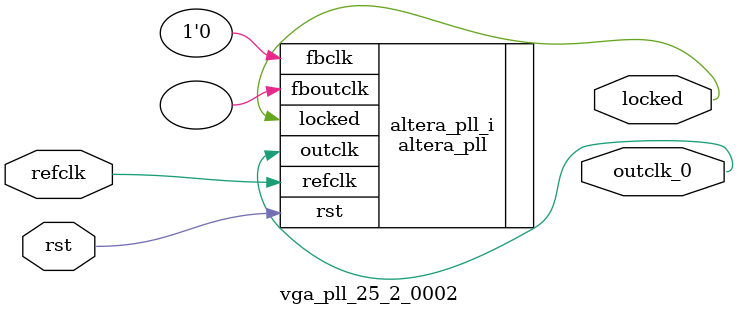
<source format=v>
`timescale 1ns/10ps
module  vga_pll_25_2_0002(

	// interface 'refclk'
	input wire refclk,

	// interface 'reset'
	input wire rst,

	// interface 'outclk0'
	output wire outclk_0,

	// interface 'locked'
	output wire locked
);

	altera_pll #(
		.fractional_vco_multiplier("false"),
		.reference_clock_frequency("50.0 MHz"),
		.operation_mode("direct"),
		.number_of_clocks(1),
		.output_clock_frequency0("25.200000 MHz"),
		.phase_shift0("0 ps"),
		.duty_cycle0(50),
		.output_clock_frequency1("0 MHz"),
		.phase_shift1("0 ps"),
		.duty_cycle1(50),
		.output_clock_frequency2("0 MHz"),
		.phase_shift2("0 ps"),
		.duty_cycle2(50),
		.output_clock_frequency3("0 MHz"),
		.phase_shift3("0 ps"),
		.duty_cycle3(50),
		.output_clock_frequency4("0 MHz"),
		.phase_shift4("0 ps"),
		.duty_cycle4(50),
		.output_clock_frequency5("0 MHz"),
		.phase_shift5("0 ps"),
		.duty_cycle5(50),
		.output_clock_frequency6("0 MHz"),
		.phase_shift6("0 ps"),
		.duty_cycle6(50),
		.output_clock_frequency7("0 MHz"),
		.phase_shift7("0 ps"),
		.duty_cycle7(50),
		.output_clock_frequency8("0 MHz"),
		.phase_shift8("0 ps"),
		.duty_cycle8(50),
		.output_clock_frequency9("0 MHz"),
		.phase_shift9("0 ps"),
		.duty_cycle9(50),
		.output_clock_frequency10("0 MHz"),
		.phase_shift10("0 ps"),
		.duty_cycle10(50),
		.output_clock_frequency11("0 MHz"),
		.phase_shift11("0 ps"),
		.duty_cycle11(50),
		.output_clock_frequency12("0 MHz"),
		.phase_shift12("0 ps"),
		.duty_cycle12(50),
		.output_clock_frequency13("0 MHz"),
		.phase_shift13("0 ps"),
		.duty_cycle13(50),
		.output_clock_frequency14("0 MHz"),
		.phase_shift14("0 ps"),
		.duty_cycle14(50),
		.output_clock_frequency15("0 MHz"),
		.phase_shift15("0 ps"),
		.duty_cycle15(50),
		.output_clock_frequency16("0 MHz"),
		.phase_shift16("0 ps"),
		.duty_cycle16(50),
		.output_clock_frequency17("0 MHz"),
		.phase_shift17("0 ps"),
		.duty_cycle17(50),
		.pll_type("General"),
		.pll_subtype("General")
	) altera_pll_i (
		.rst	(rst),
		.outclk	({outclk_0}),
		.locked	(locked),
		.fboutclk	( ),
		.fbclk	(1'b0),
		.refclk	(refclk)
	);
endmodule


</source>
